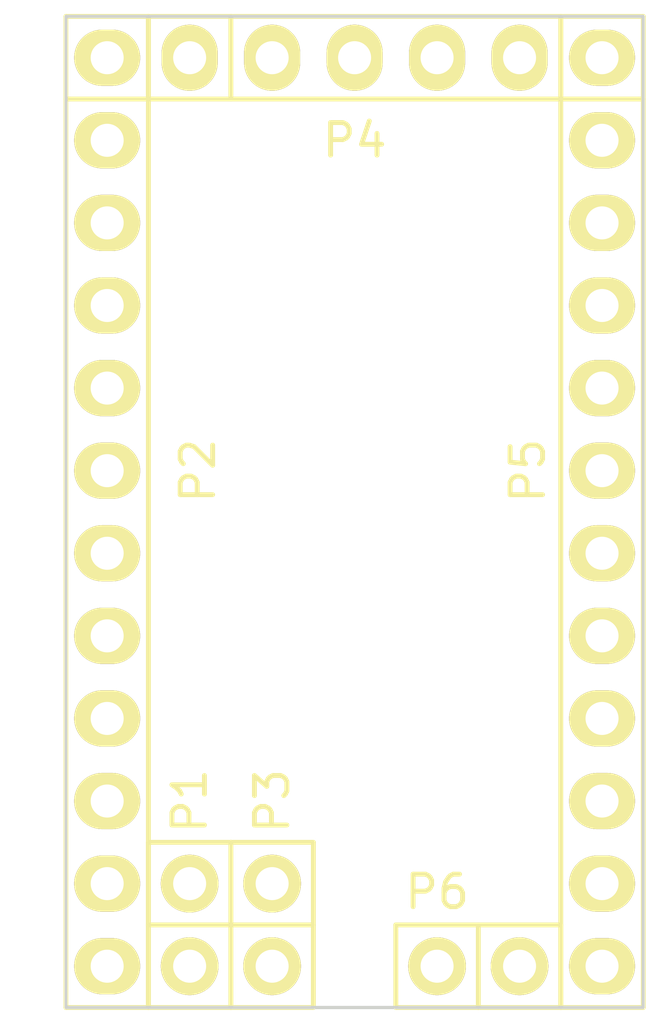
<source format=kicad_pcb>
(kicad_pcb (version 20221018) (generator pcbnew)
  (title_block (date "sam. 04 avril 2015"))
  (layers (0 "F.Cu" signal) (31 "B.Cu" signal) (34 "B.Paste" user) (35 "F.Paste" user) (36 "B.SilkS" user "B.Silkscreen") (37 "F.SilkS" user "F.Silkscreen") (38 "B.Mask" user) (39 "F.Mask" user) (44 "Edge.Cuts" user))
  (net 0 "")
  (net 1 "/A6")
  (net 2 "/A4")
  (net 3 "/1(Tx)")
  (net 4 "/0(Rx)")
  (net 5 "/Reset")
  (net 6 "GND")
  (net 7 "/2")
  (net 8 "/3(**)")
  (net 9 "/4")
  (net 10 "/5(**)")
  (net 11 "/6(**)")
  (net 12 "/7")
  (net 13 "/8")
  (net 14 "/9(**)")
  (net 15 "/A7")
  (net 16 "/A5")
  (net 17 "+5V")
  (net 18 "+9V")
  (net 19 "/A3")
  (net 20 "/A2")
  (net 21 "/A1")
  (net 22 "/A0")
  (net 23 "/13(SCK)")
  (net 24 "/12(**/MOSI)")
  (net 25 "/11(MISO)")
  (net 26 "/10(**/SS)")
  (footprint "Socket_Arduino_Mini:Socket_Strip_Arduino_1x12" (layer "F.Cu") (at 135.763 77.216 -90)
    (fp_text reference "P2" (at 12.7 -2.794 270) (layer "F.SilkS"))
    (fp_text value "Digital")
    (fp_line (start -1.27 -1.27) (end -1.27 1.27) (stroke (width 0.15)) (layer "F.SilkS"))
    (fp_line (start -1.27 1.27) (end 1.27 1.27) (stroke (width 0.15)) (layer "F.SilkS"))
    (fp_line (start 1.27 -1.27) (end -1.27 -1.27) (stroke (width 0.15)) (layer "F.SilkS"))
    (fp_line (start 1.27 1.27) (end 1.27 -1.27) (stroke (width 0.15)) (layer "F.SilkS"))
    (fp_line (start 1.27 1.27) (end 29.21 1.27) (stroke (width 0.15)) (layer "F.SilkS"))
    (fp_line (start 29.21 -1.27) (end 1.27 -1.27) (stroke (width 0.15)) (layer "F.SilkS"))
    (fp_line (start 29.21 1.27) (end 29.21 -1.27) (stroke (width 0.15)) (layer "F.SilkS"))
    (pad "1" thru_hole oval locked (at 0 0 270) (size 1.7272 2.032) (drill 1.016) (layers "*.Cu" "*.Mask" "F.SilkS") (net 3 "/1(Tx)"))
    (pad "2" thru_hole oval locked (at 2.54 0 270) (size 1.7272 2.032) (drill 1.016) (layers "*.Cu" "*.Mask" "F.SilkS") (net 4 "/0(Rx)"))
    (pad "3" thru_hole oval locked (at 5.08 0 270) (size 1.7272 2.032) (drill 1.016) (layers "*.Cu" "*.Mask" "F.SilkS") (net 5 "/Reset"))
    (pad "4" thru_hole oval locked (at 7.62 0 270) (size 1.7272 2.032) (drill 1.016) (layers "*.Cu" "*.Mask" "F.SilkS") (net 6 "GND"))
    (pad "5" thru_hole oval locked (at 10.16 0 270) (size 1.7272 2.032) (drill 1.016) (layers "*.Cu" "*.Mask" "F.SilkS") (net 7 "/2"))
    (pad "6" thru_hole oval locked (at 12.7 0 270) (size 1.7272 2.032) (drill 1.016) (layers "*.Cu" "*.Mask" "F.SilkS") (net 8 "/3(**)"))
    (pad "7" thru_hole oval locked (at 15.24 0 270) (size 1.7272 2.032) (drill 1.016) (layers "*.Cu" "*.Mask" "F.SilkS") (net 9 "/4"))
    (pad "8" thru_hole oval locked (at 17.78 0 270) (size 1.7272 2.032) (drill 1.016) (layers "*.Cu" "*.Mask" "F.SilkS") (net 10 "/5(**)"))
    (pad "9" thru_hole oval locked (at 20.32 0 270) (size 1.7272 2.032) (drill 1.016) (layers "*.Cu" "*.Mask" "F.SilkS") (net 11 "/6(**)"))
    (pad "10" thru_hole oval locked (at 22.86 0 270) (size 1.7272 2.032) (drill 1.016) (layers "*.Cu" "*.Mask" "F.SilkS") (net 12 "/7"))
    (pad "11" thru_hole oval locked (at 25.4 0 270) (size 1.7272 2.032) (drill 1.016) (layers "*.Cu" "*.Mask" "F.SilkS") (net 13 "/8"))
    (pad "12" thru_hole oval locked (at 27.94 0 270) (size 1.7272 2.032) (drill 1.016) (layers "*.Cu" "*.Mask" "F.SilkS") (net 14 "/9(**)"))
  )
  (footprint "Socket_Arduino_Mini:Socket_Strip_Arduino_1x05" (layer "F.Cu") (at 138.303 77.216)
    (fp_text reference "P4" (at 5.08 2.54) (layer "F.SilkS"))
    (fp_text value "COM")
    (fp_line (start -1.27 -1.27) (end -1.27 1.27) (stroke (width 0.15)) (layer "F.SilkS"))
    (fp_line (start -1.27 1.27) (end 1.27 1.27) (stroke (width 0.15)) (layer "F.SilkS"))
    (fp_line (start 1.27 -1.27) (end -1.27 -1.27) (stroke (width 0.15)) (layer "F.SilkS"))
    (fp_line (start 1.27 1.27) (end 1.27 -1.27) (stroke (width 0.15)) (layer "F.SilkS"))
    (fp_line (start 1.27 1.27) (end 11.43 1.27) (stroke (width 0.15)) (layer "F.SilkS"))
    (fp_line (start 11.43 -1.27) (end 1.27 -1.27) (stroke (width 0.15)) (layer "F.SilkS"))
    (fp_line (start 11.43 1.27) (end 11.43 -1.27) (stroke (width 0.15)) (layer "F.SilkS"))
    (pad "1" thru_hole oval locked (at 0 0) (size 1.7272 2.032) (drill 1.016) (layers "*.Cu" "*.Mask" "F.SilkS") (net 5 "/Reset"))
    (pad "2" thru_hole oval locked (at 2.54 0) (size 1.7272 2.032) (drill 1.016) (layers "*.Cu" "*.Mask" "F.SilkS") (net 3 "/1(Tx)"))
    (pad "3" thru_hole oval locked (at 5.08 0) (size 1.7272 2.032) (drill 1.016) (layers "*.Cu" "*.Mask" "F.SilkS") (net 4 "/0(Rx)"))
    (pad "4" thru_hole oval locked (at 7.62 0) (size 1.7272 2.032) (drill 1.016) (layers "*.Cu" "*.Mask" "F.SilkS") (net 17 "+5V"))
    (pad "5" thru_hole oval locked (at 10.16 0) (size 1.7272 2.032) (drill 1.016) (layers "*.Cu" "*.Mask" "F.SilkS") (net 6 "GND"))
  )
  (footprint "Socket_Arduino_Mini:Socket_Strip_Arduino_1x12" (layer "F.Cu") (at 151.003 77.216 -90)
    (fp_text reference "P5" (at 12.7 2.286 270) (layer "F.SilkS"))
    (fp_text value "Analog")
    (fp_line (start -1.27 -1.27) (end -1.27 1.27) (stroke (width 0.15)) (layer "F.SilkS"))
    (fp_line (start -1.27 1.27) (end 1.27 1.27) (stroke (width 0.15)) (layer "F.SilkS"))
    (fp_line (start 1.27 -1.27) (end -1.27 -1.27) (stroke (width 0.15)) (layer "F.SilkS"))
    (fp_line (start 1.27 1.27) (end 1.27 -1.27) (stroke (width 0.15)) (layer "F.SilkS"))
    (fp_line (start 1.27 1.27) (end 29.21 1.27) (stroke (width 0.15)) (layer "F.SilkS"))
    (fp_line (start 29.21 -1.27) (end 1.27 -1.27) (stroke (width 0.15)) (layer "F.SilkS"))
    (fp_line (start 29.21 1.27) (end 29.21 -1.27) (stroke (width 0.15)) (layer "F.SilkS"))
    (pad "1" thru_hole oval locked (at 0 0 270) (size 1.7272 2.032) (drill 1.016) (layers "*.Cu" "*.Mask" "F.SilkS") (net 18 "+9V"))
    (pad "2" thru_hole oval locked (at 2.54 0 270) (size 1.7272 2.032) (drill 1.016) (layers "*.Cu" "*.Mask" "F.SilkS") (net 6 "GND"))
    (pad "3" thru_hole oval locked (at 5.08 0 270) (size 1.7272 2.032) (drill 1.016) (layers "*.Cu" "*.Mask" "F.SilkS") (net 5 "/Reset"))
    (pad "4" thru_hole oval locked (at 7.62 0 270) (size 1.7272 2.032) (drill 1.016) (layers "*.Cu" "*.Mask" "F.SilkS") (net 17 "+5V"))
    (pad "5" thru_hole oval locked (at 10.16 0 270) (size 1.7272 2.032) (drill 1.016) (layers "*.Cu" "*.Mask" "F.SilkS") (net 19 "/A3"))
    (pad "6" thru_hole oval locked (at 12.7 0 270) (size 1.7272 2.032) (drill 1.016) (layers "*.Cu" "*.Mask" "F.SilkS") (net 20 "/A2"))
    (pad "7" thru_hole oval locked (at 15.24 0 270) (size 1.7272 2.032) (drill 1.016) (layers "*.Cu" "*.Mask" "F.SilkS") (net 21 "/A1"))
    (pad "8" thru_hole oval locked (at 17.78 0 270) (size 1.7272 2.032) (drill 1.016) (layers "*.Cu" "*.Mask" "F.SilkS") (net 22 "/A0"))
    (pad "9" thru_hole oval locked (at 20.32 0 270) (size 1.7272 2.032) (drill 1.016) (layers "*.Cu" "*.Mask" "F.SilkS") (net 23 "/13(SCK)"))
    (pad "10" thru_hole oval locked (at 22.86 0 270) (size 1.7272 2.032) (drill 1.016) (layers "*.Cu" "*.Mask" "F.SilkS") (net 24 "/12(**/MOSI)"))
    (pad "11" thru_hole oval locked (at 25.4 0 270) (size 1.7272 2.032) (drill 1.016) (layers "*.Cu" "*.Mask" "F.SilkS") (net 25 "/11(MISO)"))
    (pad "12" thru_hole oval locked (at 27.94 0 270) (size 1.7272 2.032) (drill 1.016) (layers "*.Cu" "*.Mask" "F.SilkS") (net 26 "/10(**/SS)"))
  )
  (footprint "Socket_Arduino_Mini:Socket_Strip_Arduino_1x02" (layer "F.Cu") (at 138.303 102.616 -90)
    (fp_text reference "P1" (at -2.54 0 270) (layer "F.SilkS"))
    (fp_text value "ADC")
    (fp_line (start -1.27 -1.27) (end -1.27 1.27) (stroke (width 0.15)) (layer "F.SilkS"))
    (fp_line (start -1.27 1.27) (end 1.27 1.27) (stroke (width 0.15)) (layer "F.SilkS"))
    (fp_line (start 1.27 -1.27) (end -1.27 -1.27) (stroke (width 0.15)) (layer "F.SilkS"))
    (fp_line (start 1.27 -1.27) (end 3.81 -1.27) (stroke (width 0.15)) (layer "F.SilkS"))
    (fp_line (start 1.27 1.27) (end 1.27 -1.27) (stroke (width 0.15)) (layer "F.SilkS"))
    (fp_line (start 3.81 -1.27) (end 3.81 1.27) (stroke (width 0.15)) (layer "F.SilkS"))
    (fp_line (start 3.81 1.27) (end 1.27 1.27) (stroke (width 0.15)) (layer "F.SilkS"))
    (pad "1" thru_hole circle locked (at 0 0 270) (size 1.778 1.778) (drill 1.016) (layers "*.Cu" "*.Mask" "F.SilkS") (net 1 "/A6"))
    (pad "2" thru_hole circle locked (at 2.54 0 270) (size 1.778 1.778) (drill 1.016) (layers "*.Cu" "*.Mask" "F.SilkS") (net 2 "/A4"))
  )
  (footprint "Socket_Arduino_Mini:Socket_Strip_Arduino_1x02" (layer "F.Cu") (at 140.843 102.616 -90)
    (fp_text reference "P3" (at -2.54 0 270) (layer "F.SilkS"))
    (fp_text value "ADC")
    (fp_line (start -1.27 -1.27) (end -1.27 1.27) (stroke (width 0.15)) (layer "F.SilkS"))
    (fp_line (start -1.27 1.27) (end 1.27 1.27) (stroke (width 0.15)) (layer "F.SilkS"))
    (fp_line (start 1.27 -1.27) (end -1.27 -1.27) (stroke (width 0.15)) (layer "F.SilkS"))
    (fp_line (start 1.27 -1.27) (end 3.81 -1.27) (stroke (width 0.15)) (layer "F.SilkS"))
    (fp_line (start 1.27 1.27) (end 1.27 -1.27) (stroke (width 0.15)) (layer "F.SilkS"))
    (fp_line (start 3.81 -1.27) (end 3.81 1.27) (stroke (width 0.15)) (layer "F.SilkS"))
    (fp_line (start 3.81 1.27) (end 1.27 1.27) (stroke (width 0.15)) (layer "F.SilkS"))
    (pad "1" thru_hole circle locked (at 0 0 270) (size 1.778 1.778) (drill 1.016) (layers "*.Cu" "*.Mask" "F.SilkS") (net 15 "/A7"))
    (pad "2" thru_hole circle locked (at 2.54 0 270) (size 1.778 1.778) (drill 1.016) (layers "*.Cu" "*.Mask" "F.SilkS") (net 16 "/A5"))
  )
  (footprint "Socket_Arduino_Mini:Socket_Strip_Arduino_1x02" (layer "F.Cu") (at 145.923 105.156)
    (fp_text reference "P6" (at 0 -2.286) (layer "F.SilkS"))
    (fp_text value "PWR")
    (fp_line (start -1.27 -1.27) (end -1.27 1.27) (stroke (width 0.15)) (layer "F.SilkS"))
    (fp_line (start -1.27 1.27) (end 1.27 1.27) (stroke (width 0.15)) (layer "F.SilkS"))
    (fp_line (start 1.27 -1.27) (end -1.27 -1.27) (stroke (width 0.15)) (layer "F.SilkS"))
    (fp_line (start 1.27 -1.27) (end 3.81 -1.27) (stroke (width 0.15)) (layer "F.SilkS"))
    (fp_line (start 1.27 1.27) (end 1.27 -1.27) (stroke (width 0.15)) (layer "F.SilkS"))
    (fp_line (start 3.81 -1.27) (end 3.81 1.27) (stroke (width 0.15)) (layer "F.SilkS"))
    (fp_line (start 3.81 1.27) (end 1.27 1.27) (stroke (width 0.15)) (layer "F.SilkS"))
    (pad "1" thru_hole circle locked (at 0 0) (size 1.778 1.778) (drill 1.016) (layers "*.Cu" "*.Mask" "F.SilkS") (net 17 "+5V"))
    (pad "2" thru_hole circle locked (at 2.54 0) (size 1.778 1.778) (drill 1.016) (layers "*.Cu" "*.Mask" "F.SilkS") (net 6 "GND"))
  )
  (gr_line (start 152.273 106.426) (end 152.273 75.946) (stroke (width 0.1)) (layer "Edge.Cuts"))
  (gr_line (start 134.493 75.946) (end 134.493 106.426) (stroke (width 0.1)) (layer "Edge.Cuts"))
  (gr_line (start 134.493 106.426) (end 152.273 106.426) (stroke (width 0.1)) (layer "Edge.Cuts"))
  (gr_line (start 152.273 75.946) (end 134.493 75.946) (stroke (width 0.1)) (layer "Edge.Cuts"))
)
</source>
